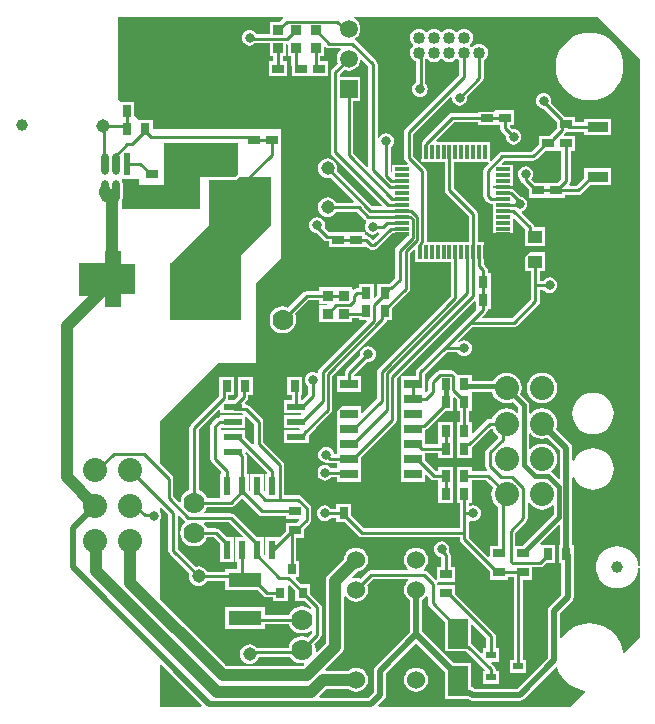
<source format=gtl>
G04*
G04 #@! TF.GenerationSoftware,Altium Limited,Altium Designer,20.1.12 (249)*
G04*
G04 Layer_Physical_Order=1*
G04 Layer_Color=255*
%FSLAX25Y25*%
%MOIN*%
G70*
G04*
G04 #@! TF.SameCoordinates,CD40AE63-01C5-41B5-9579-828B942A7482*
G04*
G04*
G04 #@! TF.FilePolarity,Positive*
G04*
G01*
G75*
%ADD10C,0.01000*%
%ADD15C,0.09708*%
G04:AMPARAMS|DCode=24|XSize=73.01mil|YSize=24.1mil|CornerRadius=12.05mil|HoleSize=0mil|Usage=FLASHONLY|Rotation=270.000|XOffset=0mil|YOffset=0mil|HoleType=Round|Shape=RoundedRectangle|*
%AMROUNDEDRECTD24*
21,1,0.07301,0.00000,0,0,270.0*
21,1,0.04891,0.02410,0,0,270.0*
1,1,0.02410,0.00000,-0.02445*
1,1,0.02410,0.00000,0.02445*
1,1,0.02410,0.00000,0.02445*
1,1,0.02410,0.00000,-0.02445*
%
%ADD24ROUNDEDRECTD24*%
%ADD25R,0.02410X0.07301*%
%ADD44R,0.04000X0.03000*%
%ADD45R,0.07000X0.03500*%
%ADD46R,0.01181X0.04724*%
%ADD47R,0.04724X0.01181*%
%ADD48R,0.03500X0.03500*%
%ADD49R,0.09843X0.06693*%
%ADD50R,0.03000X0.04000*%
%ADD51R,0.22441X0.07087*%
%ADD52R,0.04800X0.04300*%
%ADD53R,0.05906X0.03150*%
%ADD54R,0.06102X0.02362*%
%ADD55R,0.02362X0.06102*%
%ADD56R,0.11024X0.05118*%
%ADD57R,0.03150X0.03543*%
%ADD58R,0.06693X0.09843*%
%ADD59R,0.03543X0.02362*%
%ADD60C,0.04500*%
%ADD61C,0.03937*%
%ADD62C,0.02000*%
%ADD63C,0.01500*%
%ADD64C,0.04000*%
%ADD65C,0.04000*%
%ADD66R,0.05906X0.05906*%
%ADD67C,0.05906*%
%ADD68C,0.07000*%
%ADD69C,0.06000*%
%ADD70C,0.08000*%
%ADD71C,0.03150*%
G36*
X468871Y429500D02*
X468769Y429431D01*
X467587Y428250D01*
X464250D01*
Y424179D01*
X459798D01*
X459749Y424298D01*
X459336Y424836D01*
X458799Y425249D01*
X458172Y425508D01*
X457500Y425597D01*
X456828Y425508D01*
X456202Y425249D01*
X455664Y424836D01*
X455251Y424298D01*
X454991Y423672D01*
X454903Y423000D01*
X454991Y422328D01*
X455251Y421701D01*
X455664Y421164D01*
X456202Y420751D01*
X456828Y420492D01*
X457500Y420403D01*
X458172Y420492D01*
X458799Y420751D01*
X459280Y421121D01*
X464250D01*
Y416750D01*
X465471D01*
Y415124D01*
X464000D01*
Y410124D01*
X470000D01*
Y415124D01*
X468529D01*
Y416750D01*
X469750D01*
Y420889D01*
X469849Y420919D01*
X470250Y420620D01*
Y416750D01*
X471471D01*
Y413624D01*
X471500Y413476D01*
Y410124D01*
X483500D01*
Y415124D01*
X481029D01*
Y416750D01*
X482250D01*
Y419934D01*
X482712Y420125D01*
X482871Y419966D01*
X483367Y419634D01*
X483953Y419518D01*
X487770D01*
X487940Y419018D01*
X487681Y418819D01*
X487047Y417993D01*
X486649Y417032D01*
X486513Y416000D01*
X486649Y414968D01*
X486841Y414504D01*
X484966Y412629D01*
X484634Y412133D01*
X484518Y411547D01*
Y384953D01*
X484634Y384367D01*
X484966Y383871D01*
X501531Y367306D01*
X501339Y366844D01*
X498318D01*
X486621Y378542D01*
X486666Y378652D01*
X486778Y379500D01*
X486666Y380348D01*
X486339Y381139D01*
X485818Y381818D01*
X485139Y382339D01*
X484348Y382666D01*
X483500Y382778D01*
X482652Y382666D01*
X481861Y382339D01*
X481182Y381818D01*
X480661Y381139D01*
X480334Y380348D01*
X480222Y379500D01*
X480334Y378652D01*
X480661Y377861D01*
X481182Y377182D01*
X481861Y376661D01*
X482652Y376334D01*
X483500Y376222D01*
X484348Y376334D01*
X484458Y376379D01*
X492346Y368491D01*
X492154Y368029D01*
X486384D01*
X486339Y368139D01*
X485818Y368818D01*
X485139Y369339D01*
X484348Y369666D01*
X483500Y369778D01*
X482652Y369666D01*
X481861Y369339D01*
X481182Y368818D01*
X480661Y368139D01*
X480334Y367348D01*
X480222Y366500D01*
X480334Y365652D01*
X480661Y364861D01*
X481182Y364182D01*
X481861Y363661D01*
X482652Y363334D01*
X483500Y363222D01*
X484348Y363334D01*
X485139Y363661D01*
X485818Y364182D01*
X486339Y364861D01*
X486384Y364971D01*
X493332D01*
X496038Y362265D01*
X496252Y362122D01*
X496395Y361501D01*
X496387Y361476D01*
X496251Y361298D01*
X495992Y360672D01*
X495903Y360000D01*
X495992Y359328D01*
X496251Y358701D01*
X496664Y358164D01*
X497201Y357751D01*
X497828Y357491D01*
X498500Y357403D01*
X499172Y357491D01*
X499798Y357751D01*
X500336Y358164D01*
X500363Y358199D01*
X500455Y358187D01*
X500634Y357659D01*
X498569Y355594D01*
X497458Y356705D01*
X496962Y357037D01*
X496376Y357153D01*
X496000D01*
Y358124D01*
X486148D01*
X486000Y358153D01*
X484010D01*
X482458Y359705D01*
X482509Y359828D01*
X482597Y360500D01*
X482509Y361172D01*
X482249Y361799D01*
X481836Y362336D01*
X481298Y362749D01*
X480672Y363008D01*
X480000Y363097D01*
X479328Y363008D01*
X478701Y362749D01*
X478164Y362336D01*
X477751Y361799D01*
X477492Y361172D01*
X477403Y360500D01*
X477492Y359828D01*
X477751Y359202D01*
X478164Y358664D01*
X478701Y358251D01*
X479328Y357992D01*
X479924Y357913D01*
X482295Y355542D01*
X482791Y355211D01*
X483376Y355094D01*
X484000D01*
Y353124D01*
X496000D01*
Y353184D01*
X496462Y353375D01*
X497004Y352833D01*
X497501Y352501D01*
X498086Y352385D01*
X499052D01*
X499637Y352501D01*
X500133Y352833D01*
X505120Y357819D01*
X510342D01*
Y357028D01*
X506419Y353105D01*
X506087Y352608D01*
X505971Y352023D01*
Y343010D01*
X503990Y341029D01*
X503624D01*
X503476Y341000D01*
X500124D01*
Y337163D01*
X499338Y336378D01*
X498876Y336569D01*
Y341000D01*
X493876D01*
Y339529D01*
X493376D01*
X492791Y339413D01*
X492295Y339081D01*
X492212Y338998D01*
X491750Y339190D01*
Y339750D01*
X480750D01*
Y338529D01*
X476500D01*
X475915Y338413D01*
X475419Y338081D01*
X470415Y333078D01*
X469675Y333384D01*
X468500Y333539D01*
X467325Y333384D01*
X466231Y332931D01*
X465291Y332209D01*
X464569Y331269D01*
X464116Y330175D01*
X463961Y329000D01*
X464116Y327825D01*
X464569Y326731D01*
X465291Y325791D01*
X466231Y325069D01*
X467325Y324616D01*
X468500Y324461D01*
X469675Y324616D01*
X470769Y325069D01*
X471709Y325791D01*
X472431Y326731D01*
X472884Y327825D01*
X473039Y329000D01*
X472884Y330175D01*
X472578Y330915D01*
X477134Y335471D01*
X480750D01*
Y334250D01*
X483403D01*
X483639Y333809D01*
X483600Y333750D01*
X480750D01*
Y328250D01*
X491750D01*
Y329471D01*
X493876D01*
Y329000D01*
X496421D01*
X496612Y328538D01*
X480819Y312744D01*
X480487Y312248D01*
X480371Y311663D01*
Y311440D01*
X479871Y311194D01*
X479799Y311249D01*
X479172Y311508D01*
X478500Y311597D01*
X477828Y311508D01*
X477202Y311249D01*
X476664Y310836D01*
X476251Y310298D01*
X475991Y309672D01*
X475903Y309000D01*
X475991Y308328D01*
X476251Y307701D01*
X476664Y307164D01*
X476971Y306928D01*
Y304135D01*
X475157Y302322D01*
X474657Y302522D01*
Y304000D01*
X475124D01*
Y310000D01*
X470124D01*
Y304000D01*
X471599D01*
Y302181D01*
X469077D01*
Y297819D01*
X474565D01*
X474823Y297319D01*
X474724Y297181D01*
X469077D01*
Y292819D01*
X474056D01*
X474320Y292319D01*
X474226Y292181D01*
X469077D01*
Y287819D01*
X477179D01*
Y290516D01*
X484581Y297919D01*
X484913Y298415D01*
X485029Y299000D01*
Y310367D01*
X502833Y328170D01*
X503164Y328666D01*
X503231Y329000D01*
X505124D01*
Y332837D01*
X510581Y338295D01*
X510913Y338791D01*
X511029Y339376D01*
Y351127D01*
X512262Y352360D01*
X512724Y352169D01*
Y348173D01*
X524597D01*
Y336759D01*
X500419Y312581D01*
X500087Y312085D01*
X499971Y311500D01*
Y302639D01*
X495155Y297823D01*
X494693Y298015D01*
Y300198D01*
X486787D01*
Y295049D01*
Y290049D01*
Y284153D01*
X485577D01*
X485508Y284672D01*
X485249Y285298D01*
X484836Y285836D01*
X484299Y286249D01*
X483672Y286508D01*
X483000Y286597D01*
X482328Y286508D01*
X481702Y286249D01*
X481164Y285836D01*
X480751Y285298D01*
X480491Y284672D01*
X480403Y284000D01*
X480491Y283328D01*
X480751Y282701D01*
X481164Y282164D01*
X481702Y281751D01*
X482328Y281491D01*
X483000Y281403D01*
X483420Y281458D01*
X483791Y281211D01*
X484376Y281094D01*
X486787D01*
Y279529D01*
X484647D01*
X484411Y279836D01*
X483873Y280249D01*
X483247Y280508D01*
X482575Y280597D01*
X481903Y280508D01*
X481276Y280249D01*
X480738Y279836D01*
X480326Y279298D01*
X480066Y278672D01*
X479978Y278000D01*
X480066Y277328D01*
X480326Y276701D01*
X480738Y276164D01*
X481276Y275751D01*
X481903Y275491D01*
X482575Y275403D01*
X483247Y275491D01*
X483873Y275751D01*
X484411Y276164D01*
X484647Y276471D01*
X486787D01*
Y275049D01*
X494693D01*
Y280049D01*
Y283035D01*
X506081Y294424D01*
X506413Y294920D01*
X506529Y295505D01*
Y309366D01*
X507679Y310516D01*
X508047Y310177D01*
Y305049D01*
Y300049D01*
Y295049D01*
Y290049D01*
Y285049D01*
Y280049D01*
Y275049D01*
X515953D01*
Y277233D01*
X516415Y277424D01*
X517920Y275919D01*
X518416Y275587D01*
X519002Y275471D01*
X520376D01*
Y274000D01*
Y268000D01*
X525376D01*
Y274000D01*
Y280000D01*
X520376D01*
Y278529D01*
X519635D01*
X515953Y282212D01*
Y284471D01*
X520376D01*
Y283000D01*
X525376D01*
Y289000D01*
Y295000D01*
X520376D01*
Y289000D01*
Y287529D01*
X515953D01*
Y292244D01*
X516160Y292285D01*
X516656Y292617D01*
X522539Y298500D01*
X525376D01*
Y302931D01*
X525838Y303122D01*
X526624Y302337D01*
Y298500D01*
X527594D01*
Y295000D01*
X526624D01*
Y289000D01*
Y283000D01*
X531624D01*
Y286364D01*
X531705Y286419D01*
X537949Y292662D01*
X538532Y292562D01*
X538813Y291883D01*
X539614Y290839D01*
X540311Y290304D01*
Y289666D01*
X536599Y285953D01*
X536267Y285457D01*
X536151Y284872D01*
Y280315D01*
X536267Y279730D01*
X536599Y279234D01*
X536804Y279029D01*
X536596Y278529D01*
X531624D01*
Y280000D01*
X526624D01*
Y274000D01*
Y268000D01*
X527594D01*
Y264500D01*
Y259529D01*
X495510D01*
X491376Y263663D01*
Y267500D01*
X486376D01*
Y266029D01*
X484572D01*
X484336Y266336D01*
X483799Y266749D01*
X483172Y267008D01*
X482500Y267097D01*
X481828Y267008D01*
X481202Y266749D01*
X480664Y266336D01*
X480251Y265798D01*
X479991Y265172D01*
X479903Y264500D01*
X479991Y263828D01*
X480251Y263201D01*
X480664Y262664D01*
X481202Y262251D01*
X481828Y261992D01*
X482500Y261903D01*
X483172Y261992D01*
X483799Y262251D01*
X484336Y262664D01*
X484572Y262971D01*
X486376D01*
Y261500D01*
X489214D01*
X493795Y256919D01*
X494291Y256587D01*
X494876Y256471D01*
X527594D01*
Y255753D01*
X527711Y255168D01*
X528042Y254671D01*
X537500Y245214D01*
Y242376D01*
X543500D01*
Y243347D01*
X545498D01*
Y215681D01*
X544256D01*
Y211319D01*
X549799D01*
Y215681D01*
X548557D01*
Y242376D01*
X551500D01*
Y246471D01*
X554376D01*
X554962Y246587D01*
X555458Y246919D01*
X556539Y248000D01*
X559376D01*
Y254000D01*
X554607D01*
X554400Y254500D01*
X560623Y260723D01*
X561084Y260531D01*
Y254000D01*
X560624D01*
Y248000D01*
X561461D01*
Y237345D01*
X557574Y233458D01*
X557132Y232797D01*
X556977Y232016D01*
Y216345D01*
X546671Y206039D01*
X532471D01*
X532363Y206147D01*
X531702Y206589D01*
X531347Y206659D01*
Y214547D01*
X525537D01*
X515039Y225045D01*
Y235523D01*
X515853Y236147D01*
X516471Y236952D01*
X516524Y236955D01*
X516971Y236700D01*
Y234449D01*
X517087Y233863D01*
X517419Y233367D01*
X522653Y228132D01*
Y218453D01*
X529699D01*
X529822Y218428D01*
X535848Y212403D01*
X535656Y211941D01*
X535201D01*
Y207579D01*
X540744D01*
Y211941D01*
X539502D01*
Y212441D01*
X539385Y213026D01*
X539054Y213522D01*
X537979Y214597D01*
X538170Y215059D01*
X540744D01*
Y219421D01*
X539502D01*
Y223528D01*
X539385Y224113D01*
X539054Y224609D01*
X526000Y237663D01*
Y240500D01*
X520029D01*
Y241000D01*
X519978Y241256D01*
X520360Y241747D01*
X526000D01*
Y246747D01*
X524529D01*
Y250418D01*
X524413Y251004D01*
X524081Y251500D01*
X523934Y251647D01*
X524009Y251828D01*
X524097Y252500D01*
X524009Y253172D01*
X523749Y253799D01*
X523336Y254336D01*
X522798Y254749D01*
X522172Y255009D01*
X521500Y255097D01*
X520828Y255009D01*
X520201Y254749D01*
X519664Y254336D01*
X519251Y253799D01*
X518992Y253172D01*
X518903Y252500D01*
X518992Y251828D01*
X519251Y251202D01*
X519664Y250664D01*
X520201Y250251D01*
X520828Y249991D01*
X521330Y249925D01*
X521471Y249785D01*
Y246747D01*
X520000D01*
Y242355D01*
X519818Y242236D01*
X519500Y242163D01*
X516581Y245081D01*
X516085Y245413D01*
X515793Y245471D01*
X515668Y246006D01*
X515853Y246147D01*
X516494Y246983D01*
X516897Y247956D01*
X517034Y249000D01*
X516897Y250044D01*
X516494Y251017D01*
X515853Y251853D01*
X515017Y252494D01*
X514044Y252897D01*
X513000Y253034D01*
X511956Y252897D01*
X510983Y252494D01*
X510147Y251853D01*
X509506Y251017D01*
X509103Y250044D01*
X508965Y249000D01*
X509103Y247956D01*
X509506Y246983D01*
X510147Y246147D01*
X510335Y246003D01*
X510175Y245529D01*
X498000D01*
X497415Y245413D01*
X496919Y245081D01*
X494532Y242695D01*
X494044Y242897D01*
X493000Y243035D01*
X491956Y242897D01*
X491832Y242846D01*
X491549Y243270D01*
X493282Y245003D01*
X494044Y245103D01*
X495017Y245506D01*
X495853Y246147D01*
X496494Y246983D01*
X496897Y247956D01*
X497035Y249000D01*
X496897Y250044D01*
X496494Y251017D01*
X495853Y251853D01*
X495017Y252494D01*
X494044Y252897D01*
X493000Y253034D01*
X491956Y252897D01*
X490983Y252494D01*
X490147Y251853D01*
X489506Y251017D01*
X489103Y250044D01*
X489003Y249282D01*
X483860Y244140D01*
X483380Y243513D01*
X483077Y242783D01*
X482974Y242000D01*
Y221253D01*
X479940Y218220D01*
X479467Y218453D01*
X479539Y219000D01*
X479384Y220175D01*
X479078Y220915D01*
X481081Y222919D01*
X481413Y223415D01*
X481529Y224000D01*
Y233303D01*
X481413Y233888D01*
X481081Y234385D01*
X477815Y237651D01*
Y240835D01*
X474828D01*
X472960Y242703D01*
X473151Y243165D01*
X474075D01*
Y248709D01*
X473029D01*
Y256376D01*
X475500D01*
Y259213D01*
X477581Y261295D01*
X477913Y261791D01*
X478029Y262376D01*
Y266179D01*
X477913Y266764D01*
X477581Y267261D01*
X474683Y270160D01*
X474186Y270491D01*
X473601Y270607D01*
X469029D01*
Y280500D01*
X468913Y281085D01*
X468581Y281581D01*
X462029Y288134D01*
Y295000D01*
X461913Y295585D01*
X461581Y296081D01*
X457263Y300400D01*
X456766Y300732D01*
X456181Y300848D01*
X455920D01*
Y301438D01*
X456581Y302100D01*
X456913Y302596D01*
X457029Y303181D01*
Y304000D01*
X458624D01*
Y310000D01*
X453624D01*
Y304000D01*
X453624D01*
X453656Y303500D01*
X452337Y302181D01*
X450793D01*
X450383Y302681D01*
X450406Y302796D01*
Y304000D01*
X452376D01*
Y310000D01*
X447376D01*
Y306148D01*
X447347Y306000D01*
Y303430D01*
X437919Y294001D01*
X437587Y293505D01*
X437471Y292920D01*
Y272237D01*
X436731Y271931D01*
X435791Y271209D01*
X435069Y270269D01*
X434616Y269175D01*
X434501Y268299D01*
X433973Y268119D01*
X432029Y270062D01*
Y276000D01*
X431913Y276585D01*
X431581Y277081D01*
X427500Y281163D01*
Y295000D01*
X447000Y314500D01*
X459500D01*
Y341000D01*
X468000Y349500D01*
Y386376D01*
Y392500D01*
X425247D01*
Y395500D01*
X420500D01*
X419000Y397000D01*
Y401500D01*
X414500D01*
X413500Y402500D01*
Y414000D01*
Y430000D01*
X453000D01*
X468719D01*
X468871Y429500D01*
D02*
G37*
G36*
X497141Y413493D02*
Y380175D01*
X496679Y379983D01*
X492029Y384633D01*
Y402047D01*
X494453D01*
Y409953D01*
X487577D01*
Y410914D01*
X489004Y412341D01*
X489468Y412149D01*
X490500Y412013D01*
X491532Y412149D01*
X492493Y412547D01*
X493319Y413181D01*
X493953Y414007D01*
X494351Y414968D01*
X494422Y415505D01*
X494950Y415685D01*
X497141Y413493D01*
D02*
G37*
G36*
X587500Y415936D02*
X587500Y246869D01*
X587000Y246844D01*
X586899Y247872D01*
X586498Y249192D01*
X585848Y250408D01*
X584974Y251474D01*
X583908Y252348D01*
X582692Y252998D01*
X581372Y253399D01*
X580000Y253534D01*
X578628Y253399D01*
X577308Y252998D01*
X576092Y252348D01*
X575026Y251474D01*
X574152Y250408D01*
X573502Y249192D01*
X573101Y247872D01*
X572966Y246500D01*
X573101Y245128D01*
X573502Y243808D01*
X574152Y242592D01*
X575026Y241526D01*
X576092Y240651D01*
X577308Y240002D01*
X578628Y239601D01*
X580000Y239466D01*
X581372Y239601D01*
X582692Y240002D01*
X583908Y240651D01*
X584974Y241526D01*
X585848Y242592D01*
X586498Y243808D01*
X586899Y245128D01*
X587000Y246156D01*
X587500Y246131D01*
X587500Y223000D01*
X582492Y217992D01*
X582023Y218165D01*
X582012Y218301D01*
X581599Y220023D01*
X580921Y221659D01*
X579996Y223168D01*
X578846Y224515D01*
X577499Y225665D01*
X575989Y226590D01*
X574353Y227268D01*
X572632Y227681D01*
X570866Y227820D01*
X569101Y227681D01*
X567379Y227268D01*
X565743Y226590D01*
X564233Y225665D01*
X562887Y224515D01*
X561736Y223168D01*
X561537Y222842D01*
X561055Y222978D01*
Y231171D01*
X564942Y235058D01*
X564942Y235058D01*
X565384Y235720D01*
X565539Y236500D01*
X565539Y236500D01*
Y248000D01*
X565624D01*
Y254000D01*
X565163D01*
Y276328D01*
X565663Y276453D01*
X566230Y275392D01*
X567093Y274341D01*
X568144Y273478D01*
X569344Y272836D01*
X570646Y272442D01*
X571999Y272308D01*
X573353Y272442D01*
X574655Y272836D01*
X575854Y273478D01*
X576906Y274341D01*
X577769Y275392D01*
X578410Y276592D01*
X578805Y277893D01*
X578938Y279247D01*
X578805Y280601D01*
X578410Y281903D01*
X577769Y283102D01*
X576906Y284154D01*
X575854Y285017D01*
X574655Y285658D01*
X573353Y286053D01*
X571999Y286186D01*
X570646Y286053D01*
X569344Y285658D01*
X568144Y285017D01*
X567093Y284154D01*
X566230Y283102D01*
X565663Y282042D01*
X565163Y282167D01*
Y286280D01*
X565163Y286280D01*
X565008Y287061D01*
X564566Y287722D01*
X559671Y292617D01*
X559870Y293099D01*
X560042Y294405D01*
X559870Y295710D01*
X559367Y296926D01*
X558565Y297971D01*
X557521Y298772D01*
X556305Y299276D01*
X554999Y299448D01*
X553694Y299276D01*
X552478Y298772D01*
X551433Y297971D01*
X551188Y297651D01*
X550715Y297812D01*
Y300466D01*
X550715Y300466D01*
X550579Y301149D01*
X550192Y301727D01*
X547746Y304173D01*
X548052Y304910D01*
X548223Y306216D01*
X548052Y307521D01*
X547548Y308737D01*
X546746Y309782D01*
X545702Y310583D01*
X544486Y311087D01*
X543180Y311259D01*
X541875Y311087D01*
X540659Y310583D01*
X539614Y309782D01*
X538813Y308737D01*
X538773Y308642D01*
X531624D01*
Y310500D01*
X526897D01*
X526889Y310541D01*
X526558Y311037D01*
X525913Y311681D01*
X525417Y312013D01*
X524832Y312129D01*
X520921D01*
X520335Y312013D01*
X519839Y311681D01*
X517605Y309447D01*
X517274Y308951D01*
X517157Y308366D01*
Y305491D01*
X516415Y304748D01*
X515953Y304940D01*
Y308551D01*
X515982Y308698D01*
Y310819D01*
X523360Y318197D01*
X526754D01*
X527164Y317664D01*
X527702Y317251D01*
X528328Y316991D01*
X529000Y316903D01*
X529672Y316991D01*
X530299Y317251D01*
X530836Y317664D01*
X531249Y318201D01*
X531508Y318828D01*
X531597Y319500D01*
X531508Y320172D01*
X531249Y320798D01*
X530836Y321336D01*
X530299Y321749D01*
X529672Y322008D01*
X529000Y322097D01*
X528328Y322008D01*
X527702Y321749D01*
X527347Y321477D01*
X527017Y321854D01*
X531634Y326471D01*
X545500D01*
X546085Y326587D01*
X546581Y326919D01*
X553841Y334178D01*
X554173Y334675D01*
X554289Y335260D01*
Y338971D01*
X555428D01*
X555664Y338664D01*
X556202Y338251D01*
X556828Y337991D01*
X557500Y337903D01*
X558172Y337991D01*
X558799Y338251D01*
X559336Y338664D01*
X559749Y339201D01*
X560008Y339828D01*
X560097Y340500D01*
X560008Y341172D01*
X559749Y341798D01*
X559336Y342336D01*
X558799Y342749D01*
X558172Y343008D01*
X557500Y343097D01*
X556828Y343008D01*
X556202Y342749D01*
X555664Y342336D01*
X555428Y342029D01*
X554289D01*
Y345216D01*
X556160D01*
Y351516D01*
X549360D01*
Y345216D01*
X551230D01*
Y341000D01*
Y335893D01*
X544867Y329529D01*
X535346D01*
X535154Y329991D01*
X536458Y331295D01*
X536789Y331791D01*
X536906Y332376D01*
Y332500D01*
X537876D01*
Y338500D01*
Y344500D01*
X536906D01*
Y345694D01*
X536789Y346279D01*
X536458Y346775D01*
X535560Y347673D01*
X535591Y348173D01*
X535591D01*
Y354898D01*
X533561D01*
Y364376D01*
X533444Y364961D01*
X533113Y365458D01*
X525687Y372884D01*
Y381638D01*
X537039D01*
X537246Y381138D01*
X535919Y379810D01*
X535587Y379314D01*
X535471Y378729D01*
Y370086D01*
X535587Y369500D01*
X535919Y369004D01*
X536752Y368171D01*
X537249Y367839D01*
X537834Y367723D01*
X538512D01*
Y365693D01*
Y361756D01*
Y357819D01*
X545236D01*
Y362599D01*
X545698Y362790D01*
X549331Y359158D01*
Y358284D01*
X549360Y358136D01*
Y353484D01*
X556160D01*
Y359784D01*
X552389D01*
Y359792D01*
X552273Y360377D01*
X551941Y360873D01*
X548285Y364529D01*
X548425Y365096D01*
X548799Y365251D01*
X549336Y365664D01*
X549749Y366201D01*
X550008Y366828D01*
X550097Y367500D01*
X550008Y368172D01*
X549749Y368798D01*
X549336Y369336D01*
X548799Y369749D01*
X548172Y370008D01*
X547731Y370067D01*
X545586Y372211D01*
X545236Y372445D01*
Y372811D01*
X538529D01*
Y373567D01*
X545236D01*
Y377504D01*
Y380685D01*
X541772D01*
X541581Y381147D01*
X542413Y381979D01*
X552132D01*
X552717Y382096D01*
X553214Y382427D01*
X556163Y385376D01*
X561471D01*
Y375757D01*
X560337Y374624D01*
X552663D01*
X551461Y375826D01*
X551749Y376202D01*
X552008Y376828D01*
X552097Y377500D01*
X552008Y378172D01*
X551749Y378799D01*
X551336Y379336D01*
X550799Y379749D01*
X550172Y380009D01*
X549500Y380097D01*
X548828Y380009D01*
X548202Y379749D01*
X547664Y379336D01*
X547251Y378799D01*
X546991Y378172D01*
X546903Y377500D01*
X546991Y376828D01*
X547251Y376202D01*
X547664Y375664D01*
X548017Y375393D01*
X548087Y375038D01*
X548419Y374542D01*
X550500Y372461D01*
Y369624D01*
X562500D01*
Y370594D01*
X567141D01*
X567727Y370711D01*
X568223Y371042D01*
X571163Y373982D01*
X578000D01*
Y379482D01*
X569000D01*
Y376145D01*
X566508Y373653D01*
X564330D01*
X564155Y374153D01*
X564413Y374538D01*
X564529Y375124D01*
Y385376D01*
X566000D01*
Y390376D01*
X562410D01*
X562219Y390838D01*
X562581Y391201D01*
X562864Y391624D01*
X566000D01*
Y391738D01*
X569000D01*
Y390518D01*
X578000D01*
Y396018D01*
X569000D01*
Y394797D01*
X566000D01*
Y396624D01*
X562636D01*
X562581Y396705D01*
X557994Y401293D01*
X558008Y401328D01*
X558097Y402000D01*
X558008Y402672D01*
X557749Y403299D01*
X557336Y403836D01*
X556799Y404249D01*
X556172Y404508D01*
X555500Y404597D01*
X554828Y404508D01*
X554202Y404249D01*
X553664Y403836D01*
X553251Y403299D01*
X552991Y402672D01*
X552903Y402000D01*
X552991Y401328D01*
X553251Y400702D01*
X553664Y400164D01*
X554202Y399751D01*
X554828Y399492D01*
X555500Y399403D01*
X555551Y399410D01*
X560000Y394961D01*
Y393271D01*
X559971Y393124D01*
Y392916D01*
X557431Y390376D01*
X554000D01*
Y387539D01*
X551499Y385038D01*
X541780D01*
X541194Y384922D01*
X540698Y384590D01*
X538059Y381951D01*
X537559Y382158D01*
Y388362D01*
X519922D01*
X519731Y388824D01*
X525753Y394847D01*
X533500D01*
Y393876D01*
X540971D01*
Y393000D01*
X541087Y392415D01*
X541419Y391919D01*
X542953Y390384D01*
X542903Y390000D01*
X542991Y389328D01*
X543251Y388702D01*
X543664Y388164D01*
X544202Y387751D01*
X544828Y387491D01*
X545500Y387403D01*
X546172Y387491D01*
X546799Y387751D01*
X547336Y388164D01*
X547749Y388702D01*
X548008Y389328D01*
X548097Y390000D01*
X548008Y390672D01*
X547749Y391299D01*
X547336Y391836D01*
X546799Y392249D01*
X546172Y392509D01*
X545500Y392597D01*
X545116Y392547D01*
X544286Y393376D01*
X544494Y393876D01*
X545500D01*
Y398876D01*
X533500D01*
Y397906D01*
X525120D01*
X524535Y397789D01*
X524039Y397458D01*
X515293Y388712D01*
X515059Y388362D01*
X514693D01*
Y381677D01*
X514312Y381351D01*
X512029Y383633D01*
Y390866D01*
X524434Y403271D01*
X524908Y403038D01*
X524903Y403000D01*
X524992Y402328D01*
X525251Y401701D01*
X525664Y401164D01*
X526201Y400751D01*
X526828Y400492D01*
X527500Y400403D01*
X528172Y400492D01*
X528798Y400751D01*
X529336Y401164D01*
X529749Y401701D01*
X530009Y402328D01*
X530097Y403000D01*
X530047Y403384D01*
X535081Y408419D01*
X535413Y408915D01*
X535529Y409500D01*
Y415392D01*
X536140Y415860D01*
X536621Y416487D01*
X536923Y417217D01*
X537026Y418000D01*
X536923Y418783D01*
X536621Y419513D01*
X536140Y420140D01*
X535513Y420620D01*
X534783Y420923D01*
X534000Y421026D01*
X533217Y420923D01*
X532487Y420620D01*
X531860Y420140D01*
X531750Y419996D01*
X531250D01*
X531140Y420140D01*
X530996Y420250D01*
Y420750D01*
X531140Y420860D01*
X531621Y421487D01*
X531923Y422217D01*
X532026Y423000D01*
X531923Y423783D01*
X531621Y424513D01*
X531140Y425140D01*
X530513Y425621D01*
X529783Y425923D01*
X529000Y426026D01*
X528217Y425923D01*
X527487Y425621D01*
X526860Y425140D01*
X526750Y424996D01*
X526250D01*
X526140Y425140D01*
X525513Y425621D01*
X524783Y425923D01*
X524000Y426026D01*
X523217Y425923D01*
X522487Y425621D01*
X521860Y425140D01*
X521750Y424996D01*
X521250D01*
X521140Y425140D01*
X520513Y425621D01*
X519783Y425923D01*
X519000Y426026D01*
X518217Y425923D01*
X517487Y425621D01*
X516860Y425140D01*
X516750Y424996D01*
X516250D01*
X516140Y425140D01*
X515513Y425621D01*
X514783Y425923D01*
X514000Y426026D01*
X513217Y425923D01*
X512487Y425621D01*
X511860Y425140D01*
X511379Y424513D01*
X511077Y423783D01*
X510974Y423000D01*
X511077Y422217D01*
X511379Y421487D01*
X511860Y420860D01*
X512004Y420750D01*
Y420250D01*
X511860Y420140D01*
X511379Y419513D01*
X511077Y418783D01*
X510974Y418000D01*
X511077Y417217D01*
X511379Y416487D01*
X511860Y415860D01*
X512487Y415379D01*
X512971Y415179D01*
Y408028D01*
X512476Y407649D01*
X512063Y407111D01*
X511804Y406485D01*
X511716Y405813D01*
X511804Y405140D01*
X512063Y404514D01*
X512476Y403976D01*
X513014Y403563D01*
X513640Y403304D01*
X514313Y403216D01*
X514985Y403304D01*
X515611Y403563D01*
X516149Y403976D01*
X516562Y404514D01*
X516821Y405140D01*
X516910Y405813D01*
X516821Y406485D01*
X516562Y407111D01*
X516149Y407649D01*
X516029Y407740D01*
Y415776D01*
X516140Y415860D01*
X516250Y416004D01*
X516750D01*
X516860Y415860D01*
X517487Y415379D01*
X518217Y415077D01*
X519000Y414974D01*
X519783Y415077D01*
X520513Y415379D01*
X521140Y415860D01*
X521250Y416004D01*
X521750D01*
X521860Y415860D01*
X522487Y415379D01*
X523217Y415077D01*
X524000Y414974D01*
X524783Y415077D01*
X525513Y415379D01*
X526140Y415860D01*
X526250Y416004D01*
X526750D01*
X526860Y415860D01*
X527471Y415392D01*
Y410634D01*
X509419Y392581D01*
X509087Y392085D01*
X508971Y391500D01*
Y383000D01*
X509087Y382415D01*
X509419Y381919D01*
X510190Y381147D01*
X509999Y380685D01*
X505047D01*
Y378405D01*
X504547Y378137D01*
X504529Y378149D01*
Y386428D01*
X504836Y386664D01*
X505249Y387201D01*
X505509Y387828D01*
X505597Y388500D01*
X505509Y389172D01*
X505249Y389798D01*
X504836Y390336D01*
X504298Y390749D01*
X503672Y391008D01*
X503000Y391097D01*
X502328Y391008D01*
X501701Y390749D01*
X501164Y390336D01*
X500751Y389798D01*
X500700Y389676D01*
X500200Y389776D01*
Y414126D01*
X500084Y414712D01*
X499752Y415208D01*
X492831Y422129D01*
X492798Y422151D01*
X492778Y422766D01*
X493319Y423181D01*
X493953Y424007D01*
X494351Y424968D01*
X494487Y426000D01*
X494351Y427032D01*
X493953Y427993D01*
X493319Y428819D01*
X492493Y429453D01*
X492379Y429500D01*
X492479Y430000D01*
X573435Y430000D01*
X587500Y415936D01*
D02*
G37*
G36*
X453500Y377500D02*
X452500Y376500D01*
X441000D01*
Y366000D01*
X415000D01*
Y368592D01*
X415012Y368610D01*
X415183Y369470D01*
Y374361D01*
X415012Y375221D01*
X415000Y375239D01*
Y376000D01*
X420500D01*
Y374000D01*
X429000D01*
Y388000D01*
X453500D01*
Y377500D01*
D02*
G37*
G36*
X522628Y372250D02*
X522745Y371665D01*
X523076Y371169D01*
X530502Y363742D01*
Y354898D01*
X516742D01*
X516601Y355069D01*
Y378428D01*
X516485Y379014D01*
X516153Y379510D01*
X514406Y381257D01*
X514732Y381638D01*
X522628D01*
Y372250D01*
D02*
G37*
G36*
X414595Y347422D02*
X419320D01*
Y337579D01*
X414595D01*
Y333248D01*
X409477D01*
X409477Y337000D01*
X400500Y337000D01*
X400500Y348000D01*
X409477Y348000D01*
X409477Y351752D01*
X414595D01*
Y347422D01*
D02*
G37*
G36*
X532876Y335060D02*
Y332500D01*
X532876D01*
X533011Y332174D01*
X529919Y329082D01*
X529919Y329081D01*
X521645Y320808D01*
X521645Y320808D01*
X513371Y312534D01*
X513040Y312038D01*
X512923Y311453D01*
Y310198D01*
X508068D01*
X507730Y310567D01*
X532414Y335252D01*
X532876Y335060D01*
D02*
G37*
G36*
X464500Y376500D02*
Y360500D01*
X454500Y350500D01*
X454500Y329000D01*
X431000D01*
Y348000D01*
X431500D01*
X444000Y360500D01*
Y375480D01*
X452500D01*
X452890Y375558D01*
X453221Y375779D01*
X453942Y376500D01*
X464500Y376500D01*
D02*
G37*
G36*
X538309Y304910D02*
X538813Y303694D01*
X539614Y302650D01*
X540659Y301848D01*
X541875Y301344D01*
X543180Y301173D01*
X544486Y301344D01*
X545223Y301650D01*
X547146Y299727D01*
Y298202D01*
X546646Y298048D01*
X545702Y298772D01*
X544486Y299276D01*
X543180Y299448D01*
X541875Y299276D01*
X540659Y298772D01*
X539614Y297971D01*
X538813Y296926D01*
X538402Y295934D01*
X537528D01*
X536943Y295818D01*
X536447Y295486D01*
X532086Y291125D01*
X531624Y291316D01*
Y295000D01*
X530653D01*
Y298500D01*
X531624D01*
Y305074D01*
X538288D01*
X538309Y304910D01*
D02*
G37*
G36*
X458971Y294367D02*
Y287638D01*
X458626Y287442D01*
X458483Y287418D01*
X455920Y289982D01*
Y292181D01*
X448092D01*
X447903Y292500D01*
X448092Y292819D01*
X455920D01*
Y296710D01*
X456420Y296918D01*
X458971Y294367D01*
D02*
G37*
G36*
X551433Y290839D02*
X552478Y290037D01*
X553694Y289533D01*
X554999Y289362D01*
X556305Y289533D01*
X556787Y289733D01*
X561084Y285436D01*
Y276006D01*
X560623Y275815D01*
X558332Y278105D01*
X558171Y278213D01*
X558154Y278713D01*
X558565Y279028D01*
X559367Y280072D01*
X559870Y281288D01*
X560042Y282594D01*
X559870Y283899D01*
X559367Y285115D01*
X558565Y286160D01*
X557521Y286961D01*
X556305Y287465D01*
X554999Y287637D01*
X553694Y287465D01*
X552478Y286961D01*
X551433Y286160D01*
X551188Y285840D01*
X550715Y286001D01*
Y290997D01*
X551188Y291158D01*
X551433Y290839D01*
D02*
G37*
G36*
X463396Y278179D02*
X463301Y277679D01*
X462812D01*
Y272191D01*
X462312Y271934D01*
X462174Y272032D01*
Y277679D01*
X457812D01*
Y272191D01*
X457312Y271934D01*
X457174Y272032D01*
Y277679D01*
X456523D01*
Y283745D01*
X456406Y284331D01*
X456141Y284728D01*
X456529Y285046D01*
X463396Y278179D01*
D02*
G37*
G36*
X447817Y298921D02*
Y297819D01*
X452402D01*
X452549Y297790D01*
X455160D01*
X455232Y297681D01*
X454965Y297181D01*
X447817D01*
Y296529D01*
X447500D01*
X446915Y296413D01*
X446419Y296081D01*
X444919Y294581D01*
X444587Y294085D01*
X444471Y293500D01*
Y282500D01*
X444587Y281915D01*
X444919Y281419D01*
X448158Y278179D01*
X447951Y277679D01*
X447812D01*
Y269577D01*
X447332Y269529D01*
X443237D01*
X442931Y270269D01*
X442209Y271209D01*
X441269Y271931D01*
X440529Y272237D01*
Y292286D01*
X447355Y299112D01*
X447817Y298921D01*
D02*
G37*
G36*
X538720Y273080D02*
X538309Y272088D01*
X538137Y270783D01*
X538309Y269477D01*
X538813Y268261D01*
X539614Y267217D01*
X540471Y266560D01*
Y253624D01*
X537500D01*
Y250192D01*
X537038Y250001D01*
X530653Y256386D01*
Y261730D01*
X531153Y262064D01*
X531328Y261992D01*
X532000Y261903D01*
X532672Y261992D01*
X533298Y262251D01*
X533836Y262664D01*
X534249Y263201D01*
X534509Y263828D01*
X534597Y264500D01*
X534509Y265172D01*
X534249Y265798D01*
X533836Y266336D01*
X533298Y266749D01*
X532672Y267008D01*
X532000Y267097D01*
X531328Y267008D01*
X531153Y266936D01*
X530653Y267270D01*
Y268000D01*
X531624D01*
Y274000D01*
Y275471D01*
X536330D01*
X538720Y273080D01*
D02*
G37*
G36*
X551433Y267217D02*
X552478Y266415D01*
X553694Y265911D01*
X554999Y265739D01*
X556305Y265911D01*
X557521Y266415D01*
X558465Y267140D01*
X558965Y266985D01*
Y264112D01*
X548488Y253635D01*
X548481Y253624D01*
X546029D01*
Y257941D01*
X549762Y261673D01*
X550093Y262169D01*
X550210Y262755D01*
Y268051D01*
X550710Y268160D01*
X551433Y267217D01*
D02*
G37*
G36*
X460546Y264042D02*
X461042Y263711D01*
X461628Y263594D01*
X469500D01*
Y262624D01*
X473931D01*
X474122Y262162D01*
X473337Y261376D01*
X469500D01*
Y258539D01*
X467590Y256629D01*
X467174Y256419D01*
Y256419D01*
X467174Y256419D01*
X462812D01*
Y250931D01*
X462312Y250674D01*
X462174Y250773D01*
Y256419D01*
X459975D01*
X452313Y264081D01*
X451817Y264413D01*
X451231Y264529D01*
X442639D01*
X442393Y265029D01*
X442931Y265731D01*
X443237Y266471D01*
X451235D01*
X451820Y266587D01*
X452317Y266919D01*
X454975Y269577D01*
X455011D01*
X460546Y264042D01*
D02*
G37*
G36*
X435848Y261919D02*
X435954Y261847D01*
X435970Y261348D01*
X435791Y261209D01*
X435069Y260269D01*
X434616Y259175D01*
X434461Y258000D01*
X434616Y256825D01*
X435069Y255731D01*
X435791Y254791D01*
X436731Y254069D01*
X437825Y253616D01*
X439000Y253461D01*
X440175Y253616D01*
X441269Y254069D01*
X442209Y254791D01*
X442931Y255731D01*
X443237Y256471D01*
X445598D01*
X447812Y254257D01*
Y248317D01*
X452174D01*
Y256419D01*
X449975D01*
X447313Y259081D01*
X446817Y259413D01*
X446232Y259529D01*
X443237D01*
X442931Y260269D01*
X442393Y260971D01*
X442639Y261471D01*
X450598D01*
X455187Y256881D01*
X454996Y256419D01*
X452812D01*
Y248317D01*
X453464D01*
Y245958D01*
X449488D01*
Y245029D01*
X443384D01*
X443339Y245139D01*
X442818Y245818D01*
X442139Y246339D01*
X441348Y246666D01*
X440500Y246778D01*
X439652Y246666D01*
X439542Y246621D01*
X433529Y252634D01*
Y263583D01*
X433991Y263775D01*
X435848Y261919D01*
D02*
G37*
G36*
X510335Y241997D02*
X510147Y241853D01*
X509506Y241017D01*
X509103Y240044D01*
X508965Y239000D01*
X509103Y237956D01*
X509506Y236983D01*
X510147Y236147D01*
X510961Y235523D01*
Y224845D01*
X499558Y213442D01*
X499116Y212780D01*
X498961Y212000D01*
Y204845D01*
X497155Y203039D01*
X480977D01*
X480786Y203501D01*
X483259Y205974D01*
X490373D01*
X490983Y205506D01*
X491956Y205103D01*
X493000Y204965D01*
X494044Y205103D01*
X495017Y205506D01*
X495853Y206147D01*
X496494Y206983D01*
X496897Y207956D01*
X497035Y209000D01*
X496897Y210044D01*
X496494Y211017D01*
X495853Y211853D01*
X495017Y212494D01*
X494044Y212897D01*
X493000Y213035D01*
X491956Y212897D01*
X490983Y212494D01*
X490373Y212026D01*
X482958D01*
X482767Y212488D01*
X488140Y217860D01*
X488621Y218487D01*
X488923Y219217D01*
X489026Y220000D01*
Y236745D01*
X489474Y236960D01*
X489526Y236957D01*
X490147Y236147D01*
X490983Y235506D01*
X491956Y235103D01*
X493000Y234965D01*
X494044Y235103D01*
X495017Y235506D01*
X495853Y236147D01*
X496494Y236983D01*
X496897Y237956D01*
X497035Y239000D01*
X496897Y240044D01*
X496695Y240532D01*
X498633Y242471D01*
X510175D01*
X510335Y241997D01*
D02*
G37*
G36*
X430471Y263996D02*
Y252000D01*
X430587Y251415D01*
X430919Y250919D01*
X437379Y244458D01*
X437334Y244348D01*
X437222Y243500D01*
X437334Y242652D01*
X437661Y241861D01*
X438182Y241182D01*
X438861Y240661D01*
X439652Y240334D01*
X440500Y240222D01*
X441348Y240334D01*
X442139Y240661D01*
X442818Y241182D01*
X443339Y241861D01*
X443384Y241971D01*
X449488D01*
Y238840D01*
X460349D01*
X462208Y236982D01*
X462704Y236650D01*
X463289Y236534D01*
X465185D01*
Y235291D01*
X470335D01*
Y240295D01*
X470835Y240503D01*
X472665Y238672D01*
Y235291D01*
X475849D01*
X478118Y233023D01*
X478101Y232923D01*
X477559Y232709D01*
X477269Y232931D01*
X476175Y233384D01*
X475000Y233539D01*
X473825Y233384D01*
X472731Y232931D01*
X471791Y232209D01*
X471069Y231269D01*
X470763Y230529D01*
X462512D01*
Y233160D01*
X449488D01*
Y226042D01*
X462512D01*
Y227471D01*
X470763D01*
X471069Y226731D01*
X471791Y225791D01*
X472731Y225069D01*
X473825Y224616D01*
X475000Y224461D01*
X476175Y224616D01*
X477269Y225069D01*
X477971Y225607D01*
X478471Y225361D01*
Y224634D01*
X476915Y223078D01*
X476175Y223384D01*
X475000Y223539D01*
X473825Y223384D01*
X472731Y222931D01*
X471791Y222209D01*
X471069Y221269D01*
X470616Y220175D01*
X470553Y219699D01*
X459909D01*
X459818Y219818D01*
X459139Y220339D01*
X458348Y220666D01*
X457500Y220778D01*
X456652Y220666D01*
X455861Y220339D01*
X455182Y219818D01*
X454661Y219139D01*
X454334Y218348D01*
X454222Y217500D01*
X454334Y216652D01*
X454661Y215861D01*
X455182Y215182D01*
X455861Y214661D01*
X456652Y214334D01*
X457500Y214222D01*
X458348Y214334D01*
X459139Y214661D01*
X459818Y215182D01*
X460339Y215861D01*
X460662Y216640D01*
X471138D01*
X471791Y215791D01*
X472731Y215069D01*
X473825Y214616D01*
X475000Y214461D01*
X475547Y214533D01*
X475780Y214060D01*
X475247Y213526D01*
X449753D01*
X427500Y235779D01*
Y261877D01*
X427749Y262201D01*
X428009Y262828D01*
X428097Y263500D01*
X428009Y264172D01*
X427749Y264798D01*
X427500Y265123D01*
Y266314D01*
X427962Y266505D01*
X430471Y263996D01*
D02*
G37*
G36*
X536443Y222894D02*
Y219421D01*
X535201D01*
Y218029D01*
X534739Y217837D01*
X531542Y221034D01*
X531347Y221165D01*
Y227337D01*
X531808Y227529D01*
X536443Y222894D01*
D02*
G37*
G36*
X522653Y211663D02*
Y202705D01*
X529149D01*
X529347Y202665D01*
X529347Y202666D01*
X530077D01*
X530184Y202558D01*
X530846Y202116D01*
X531626Y201961D01*
X547516D01*
X548296Y202116D01*
X548958Y202558D01*
X559639Y213239D01*
X560120Y213104D01*
X560134Y213048D01*
X560811Y211412D01*
X561736Y209902D01*
X562887Y208556D01*
X564233Y207406D01*
X565743Y206481D01*
X567379Y205803D01*
X569101Y205390D01*
X569237Y205379D01*
X569410Y204910D01*
X564500Y200000D01*
X500537D01*
X500346Y200462D01*
X502442Y202558D01*
X502884Y203220D01*
X503039Y204000D01*
Y211155D01*
X513100Y221217D01*
X522653Y211663D01*
D02*
G37*
G36*
X441654Y200462D02*
X441463Y200000D01*
X427500D01*
Y213963D01*
X427962Y214154D01*
X441654Y200462D01*
D02*
G37*
%LPC*%
G36*
X497000Y320097D02*
X496328Y320008D01*
X495702Y319749D01*
X495164Y319336D01*
X494751Y318798D01*
X494491Y318172D01*
X494403Y317500D01*
X494453Y317116D01*
X489659Y312322D01*
X489327Y311825D01*
X489211Y311240D01*
Y310198D01*
X486787D01*
Y305049D01*
X494693D01*
Y310198D01*
X492491D01*
X492361Y310698D01*
X496616Y314953D01*
X497000Y314903D01*
X497672Y314991D01*
X498299Y315251D01*
X498836Y315664D01*
X499249Y316201D01*
X499508Y316828D01*
X499597Y317500D01*
X499508Y318172D01*
X499249Y318798D01*
X498836Y319336D01*
X498299Y319749D01*
X497672Y320008D01*
X497000Y320097D01*
D02*
G37*
G36*
X570866Y424671D02*
X569101Y424532D01*
X567379Y424118D01*
X565743Y423441D01*
X564233Y422515D01*
X562887Y421365D01*
X561736Y420019D01*
X560811Y418509D01*
X560134Y416873D01*
X559720Y415151D01*
X559581Y413386D01*
X559720Y411621D01*
X560134Y409899D01*
X560811Y408263D01*
X561736Y406753D01*
X562887Y405406D01*
X564233Y404256D01*
X565743Y403331D01*
X567379Y402653D01*
X569101Y402240D01*
X570866Y402101D01*
X572632Y402240D01*
X574353Y402653D01*
X575989Y403331D01*
X577499Y404256D01*
X578846Y405406D01*
X579996Y406753D01*
X580921Y408263D01*
X581599Y409899D01*
X582012Y411621D01*
X582151Y413386D01*
X582012Y415151D01*
X581599Y416873D01*
X580921Y418509D01*
X579996Y420019D01*
X578846Y421365D01*
X577499Y422515D01*
X575989Y423441D01*
X574353Y424118D01*
X572632Y424532D01*
X570866Y424671D01*
D02*
G37*
G36*
X554999Y311259D02*
X553694Y311087D01*
X552478Y310583D01*
X551433Y309782D01*
X550632Y308737D01*
X550128Y307521D01*
X549956Y306216D01*
X550128Y304910D01*
X550632Y303694D01*
X551433Y302650D01*
X552478Y301848D01*
X553694Y301344D01*
X554999Y301173D01*
X556305Y301344D01*
X557521Y301848D01*
X558565Y302650D01*
X559367Y303694D01*
X559870Y304910D01*
X560042Y306216D01*
X559870Y307521D01*
X559367Y308737D01*
X558565Y309782D01*
X557521Y310583D01*
X556305Y311087D01*
X554999Y311259D01*
D02*
G37*
G36*
X571999Y304690D02*
X570646Y304557D01*
X569344Y304162D01*
X568144Y303521D01*
X567093Y302658D01*
X566230Y301606D01*
X565589Y300407D01*
X565194Y299105D01*
X565060Y297751D01*
X565194Y296397D01*
X565589Y295096D01*
X566230Y293896D01*
X567093Y292845D01*
X568144Y291982D01*
X569344Y291340D01*
X570646Y290946D01*
X571999Y290812D01*
X573353Y290946D01*
X574655Y291340D01*
X575854Y291982D01*
X576906Y292845D01*
X577769Y293896D01*
X578410Y295096D01*
X578805Y296397D01*
X578938Y297751D01*
X578805Y299105D01*
X578410Y300407D01*
X577769Y301606D01*
X576906Y302658D01*
X575854Y303521D01*
X574655Y304162D01*
X573353Y304557D01*
X571999Y304690D01*
D02*
G37*
G36*
X513000Y213035D02*
X511956Y212897D01*
X510983Y212494D01*
X510147Y211853D01*
X509506Y211017D01*
X509103Y210044D01*
X508965Y209000D01*
X509103Y207956D01*
X509506Y206983D01*
X510147Y206147D01*
X510983Y205506D01*
X511956Y205103D01*
X513000Y204965D01*
X514044Y205103D01*
X515017Y205506D01*
X515853Y206147D01*
X516494Y206983D01*
X516897Y207956D01*
X517034Y209000D01*
X516897Y210044D01*
X516494Y211017D01*
X515853Y211853D01*
X515017Y212494D01*
X514044Y212897D01*
X513000Y213035D01*
D02*
G37*
%LPD*%
D10*
X452449Y371500D02*
X462500Y361449D01*
X552760Y341000D02*
Y348366D01*
Y335260D02*
Y341000D01*
X553260Y340500D02*
X557500D01*
X552760Y341000D02*
X553260Y340500D01*
X522726Y319726D02*
X531000Y328000D01*
X514453Y311453D02*
X522726Y319726D01*
X528774D02*
X529000Y319500D01*
X522726Y319726D02*
X528774D01*
X529124Y264500D02*
Y271000D01*
Y258000D02*
Y264500D01*
Y277000D02*
X536963D01*
X543180Y270783D01*
X529124Y264500D02*
X532000D01*
X541874Y367284D02*
X541965Y367374D01*
X547374D01*
X547500Y367500D01*
X541874Y373189D02*
X546159D01*
X541874Y365315D02*
X545337D01*
X550860Y359792D01*
Y358284D02*
X552510Y356634D01*
X550575Y368302D02*
X553000Y365876D01*
X550860Y358284D02*
Y359792D01*
X550575Y368302D02*
Y368774D01*
X546159Y373189D02*
X550575Y368774D01*
X553000Y365876D02*
X559500D01*
X541874Y371220D02*
X541965Y371130D01*
X544504D01*
X547500Y368134D01*
Y367500D02*
Y368134D01*
X553000Y372124D02*
X553500D01*
X549500Y375624D02*
X553000Y372124D01*
X549500Y375624D02*
Y377500D01*
X553500Y372124D02*
X559500D01*
X542500Y393000D02*
X545500Y390000D01*
X542500Y393000D02*
Y396376D01*
X547000Y348712D02*
X551266Y352978D01*
X544624Y341500D02*
X547000Y343876D01*
Y348712D01*
X559990Y356634D02*
X560240D01*
X556334Y352978D02*
X559990Y356634D01*
X551266Y352978D02*
X556334D01*
X541624Y341500D02*
X544624D01*
X543000Y402624D02*
X548124D01*
X542500D02*
X543000D01*
X560240Y356634D02*
X577134D01*
X582500Y362000D01*
Y399000D01*
X564000Y401000D02*
X580500D01*
X582500Y399000D01*
X552500Y407000D02*
X558000D01*
X564000Y401000D01*
X548124Y402624D02*
X552500Y407000D01*
X531000Y328000D02*
X535376Y332376D01*
X531000Y328000D02*
X545500D01*
X552760Y335260D01*
X482500Y264500D02*
X488876D01*
X490740Y311240D02*
X497000Y317500D01*
X490740Y307624D02*
Y311240D01*
X480000Y360000D02*
Y360500D01*
Y360000D02*
X483376Y356624D01*
X486000D01*
X475500Y360376D02*
Y387003D01*
Y360376D02*
X486500Y349376D01*
X486000Y356624D02*
X487000Y355624D01*
X462500Y361000D02*
Y361449D01*
X450874Y371500D02*
X452449D01*
X524832Y310600D02*
X525476Y309956D01*
X518687Y308366D02*
X520921Y310600D01*
X524832D01*
X518687Y304858D02*
Y308366D01*
X525476Y305647D02*
Y309956D01*
X512000Y302624D02*
X516453D01*
X518687Y304858D01*
X525476Y305647D02*
X529124Y302000D01*
Y301500D02*
Y302000D01*
X535376Y332376D02*
Y335500D01*
X512000Y307624D02*
X513378D01*
X514453Y308698D01*
Y311453D01*
X478500Y303502D02*
Y309000D01*
X474998Y300000D02*
X478500Y303502D01*
X473128Y300000D02*
X474998D01*
X490364Y278000D02*
X490740Y277624D01*
X482575Y278000D02*
X490364D01*
X481377Y272624D02*
X492118D01*
X479500Y274500D02*
Y284509D01*
Y274500D02*
X481377Y272624D01*
X512000Y302624D02*
Y307624D01*
X529124Y255753D02*
Y258000D01*
X488876Y264000D02*
Y264500D01*
Y264000D02*
X494876Y258000D01*
X529124D01*
X540500Y244876D02*
X548028D01*
X523000Y244247D02*
Y250418D01*
X521500Y251918D02*
Y252500D01*
X540000Y244876D02*
X540500D01*
X529124Y255753D02*
X540000Y244876D01*
X521500Y251918D02*
X523000Y250418D01*
X493000Y239000D02*
X498000Y244000D01*
X515500D01*
X518500Y241000D01*
X548028Y244876D02*
X548500D01*
X547028Y213500D02*
Y243876D01*
X548028Y244876D01*
X529124Y292000D02*
Y301500D01*
X535376Y341500D02*
Y345694D01*
X534000Y347070D02*
X535376Y345694D01*
X534000Y347070D02*
Y351536D01*
X541624Y335500D02*
Y341500D01*
Y342000D01*
X535968Y347655D02*
Y351536D01*
Y347655D02*
X541624Y342000D01*
X458000Y389876D02*
X459000Y388876D01*
X457038Y389876D02*
X458000D01*
X456914Y390000D02*
X457038Y389876D01*
X424747Y390000D02*
X456914D01*
X422747Y392000D02*
X424747Y390000D01*
X418243Y387496D02*
X422747Y392000D01*
X416787Y387496D02*
X418243D01*
X412935Y383644D02*
X416787Y387496D01*
X412935Y380973D02*
Y383644D01*
X459000Y388876D02*
X465000D01*
X452449Y371500D02*
X465000Y384051D01*
Y388876D01*
X441711Y342549D02*
X450874Y351712D01*
Y371500D01*
X475500Y387003D02*
X482062Y393565D01*
X498500Y360000D02*
X502000D01*
X503378Y361378D01*
X496376Y355624D02*
X498086Y353914D01*
X499052D02*
X504547Y359409D01*
X508410D01*
X498086Y353914D02*
X499052D01*
X493000Y355624D02*
X496376D01*
X506350Y357350D02*
X508319D01*
X494000Y350376D02*
X499376D01*
X508319Y357350D02*
X508410Y357441D01*
X499376Y350376D02*
X506350Y357350D01*
X487000Y355624D02*
X493000D01*
X535376Y335500D02*
Y341500D01*
X560000Y372124D02*
X567141D01*
X559500D02*
X560000D01*
X567141D02*
X571750Y376732D01*
X573500D01*
X563000Y375124D02*
Y387876D01*
X560000Y372124D02*
X563000Y375124D01*
X536500Y396376D02*
X542500D01*
X525120D02*
X536500D01*
X516374Y387630D02*
X525120Y396376D01*
X514315Y389920D02*
X518698Y394302D01*
X516374Y385090D02*
Y387630D01*
X516284Y385000D02*
X516374Y385090D01*
X489173Y426000D02*
X490500D01*
X469850Y428350D02*
X486823D01*
X467000Y425500D02*
X469850Y428350D01*
X486823D02*
X489173Y426000D01*
X417819Y267000D02*
X419420D01*
X422508Y263911D01*
X425089D01*
X425500Y263500D01*
X505000Y295505D02*
Y310000D01*
X532031Y337032D02*
Y351536D01*
X505000Y310000D02*
X532031Y337032D01*
X492118Y282624D02*
X505000Y295505D01*
X503400Y298905D02*
Y311137D01*
X492118Y287624D02*
X503400Y298905D01*
Y311137D02*
X530063Y337800D01*
X501500Y302006D02*
Y311500D01*
X526126Y336126D02*
Y351536D01*
X501500Y311500D02*
X526126Y336126D01*
X530063Y337800D02*
Y351536D01*
X492118Y292624D02*
X501500Y302006D01*
X465242Y252119D02*
X471000Y257876D01*
X464993Y252368D02*
Y253319D01*
X465674Y254000D01*
X432000Y252000D02*
X440500Y243500D01*
X432000Y252000D02*
Y264630D01*
X440500Y243500D02*
X454899D01*
X417819Y278811D02*
X432000Y264630D01*
X430500Y269429D02*
Y276000D01*
Y269429D02*
X436929Y263000D01*
X412311Y284311D02*
X422189D01*
X430500Y276000D01*
X507500Y342376D02*
Y352023D01*
X503624Y339500D02*
X504624D01*
X507500Y342376D01*
X503624Y338500D02*
Y339500D01*
X502624Y332500D02*
X509500Y339376D01*
Y351760D01*
X513472Y355732D01*
X507500Y352023D02*
X511872Y356395D01*
Y362424D01*
X510500Y383000D02*
Y391500D01*
X529000Y410000D02*
Y418000D01*
X510500Y391500D02*
X529000Y410000D01*
X510500Y383000D02*
X515072Y378428D01*
Y355069D02*
Y378428D01*
X555500Y401624D02*
X561500Y395624D01*
Y395124D02*
X562500Y394124D01*
X561500Y395124D02*
Y395624D01*
X562500Y394124D02*
X563000D01*
X555500Y401624D02*
Y402000D01*
X558500Y388876D02*
Y389282D01*
X561500Y392282D01*
X556500Y387876D02*
X557500D01*
X561500Y392282D02*
Y393124D01*
X562500Y394124D01*
X463500Y334000D02*
X468500Y339000D01*
X463500Y321224D02*
Y334000D01*
Y321224D02*
X466376Y318347D01*
X468500Y339000D02*
X478876Y349376D01*
X466376Y307000D02*
Y318347D01*
Y289882D02*
Y307000D01*
X460500Y287500D02*
Y295000D01*
X467500Y269078D02*
Y280500D01*
X460500Y287500D02*
X467500Y280500D01*
X473601Y269078D02*
X476500Y266179D01*
X473000Y258876D02*
X476500Y262376D01*
Y266179D01*
X473128Y300000D02*
Y306495D01*
X472624Y307000D02*
X473128Y306495D01*
X452319Y300000D02*
X455500Y303181D01*
Y306376D02*
X456124Y307000D01*
X455500Y303181D02*
Y306376D01*
X451868Y300000D02*
X452319D01*
X456181Y299319D02*
X460500Y295000D01*
X449993Y273628D02*
Y278507D01*
X446000Y282500D02*
Y293500D01*
Y282500D02*
X449993Y278507D01*
X447500Y295000D02*
X451868D01*
X446000Y293500D02*
X447500Y295000D01*
X439000Y292920D02*
X448876Y302796D01*
X439000Y268000D02*
X451235D01*
X439000D02*
Y292920D01*
X472000Y258876D02*
X472500D01*
X471250Y258126D02*
X472000Y258876D01*
X471500Y257876D02*
X472500Y258876D01*
X471000Y257876D02*
X471250Y258126D01*
X471000Y257876D02*
X471000D01*
X471250Y258126D02*
Y258126D01*
X518500Y234449D02*
Y241000D01*
Y234449D02*
X527000Y225949D01*
X544500Y248586D02*
X545086Y248000D01*
X544500Y258574D02*
X548680Y262755D01*
X545086Y248000D02*
X554376D01*
X544500Y248586D02*
Y258574D01*
X554376Y248000D02*
X556876Y250500D01*
Y251000D01*
X504752Y375248D02*
X508319D01*
X503000Y377000D02*
Y388500D01*
Y377000D02*
X504752Y375248D01*
X504220Y373280D02*
X508319D01*
X498671Y378829D02*
Y414126D01*
Y378829D02*
X504220Y373280D01*
X505158Y369342D02*
X508319D01*
X490500Y384000D02*
Y406000D01*
Y384000D02*
X505158Y369342D01*
X503626Y367374D02*
X508319D01*
X486047Y384953D02*
Y411547D01*
Y384953D02*
X503626Y367374D01*
X527000Y207347D02*
X529642Y204705D01*
X527000Y224374D02*
Y225949D01*
Y222799D02*
Y224374D01*
X472500Y258876D02*
X473000D01*
X454993Y273628D02*
Y283745D01*
X453738Y285000D02*
X454993Y283745D01*
X451868Y285000D02*
X453738D01*
X448876Y302796D02*
Y306000D01*
X449876Y307000D01*
X452549Y299319D02*
X456181D01*
X451868Y300000D02*
X452549Y299319D01*
X467500Y269078D02*
X473601D01*
X462673D02*
X467500D01*
X453738Y290000D02*
X464993Y278745D01*
X451868Y290000D02*
X453738D01*
X464993Y273628D02*
Y278745D01*
X478876Y349376D02*
X486500D01*
X487000D01*
X482062Y393565D02*
Y394090D01*
X551500Y394124D02*
X557000D01*
X482062Y394090D02*
X482473Y394501D01*
Y395329D02*
X482572Y395428D01*
X482473Y394501D02*
Y395329D01*
X557500Y387876D02*
X558500Y388876D01*
X563000Y394124D02*
X563856Y393268D01*
X573500D01*
X537000Y378729D02*
X541780Y383508D01*
X552132D01*
X556500Y387876D01*
X537000Y370086D02*
Y378729D01*
X537834Y369252D02*
X541874D01*
X537000Y370086D02*
X537834Y369252D01*
X537500Y413517D02*
Y421500D01*
X536500Y412517D02*
X537500Y413517D01*
X536500Y402624D02*
Y412517D01*
X479500Y413624D02*
Y419500D01*
Y413624D02*
X480500Y412624D01*
X473000Y413624D02*
Y419500D01*
Y413624D02*
X474000Y412624D01*
X474500D01*
X467000D02*
Y419500D01*
X408500Y393500D02*
X415500D01*
X416500Y392500D01*
X408500Y393500D02*
X408925Y393075D01*
Y381243D02*
Y393075D01*
Y381243D02*
X409195Y380973D01*
X537680Y280315D02*
Y284872D01*
X541308Y276688D02*
X545053D01*
X537680Y284872D02*
X541841Y289033D01*
X537680Y280315D02*
X541308Y276688D01*
X541841Y293065D02*
X543180Y294405D01*
X541841Y289033D02*
Y293065D01*
X545053Y276688D02*
X548680Y273061D01*
Y262755D02*
Y273061D01*
X475240Y238063D02*
X480000Y233303D01*
X459993Y250498D02*
Y252368D01*
Y250498D02*
X467426Y243065D01*
X470435D01*
X475240Y238260D01*
Y238063D02*
Y238260D01*
X480000Y224000D02*
Y233303D01*
X475000Y219000D02*
X480000Y224000D01*
X560240Y348366D02*
Y356634D01*
X559500Y357374D02*
X560240Y356634D01*
X559500Y357374D02*
Y365876D01*
X542000Y402624D02*
X542500D01*
X534000Y409500D02*
Y418000D01*
X527500Y403000D02*
X534000Y409500D01*
X538376Y399000D02*
X542000Y402624D01*
X523395Y399000D02*
X538376D01*
X518698Y394302D02*
X523395Y399000D01*
X536475Y422525D02*
X537500Y421500D01*
X534000Y423000D02*
X534475Y422525D01*
X536475D01*
X536500Y402624D02*
X542000D01*
X483500Y311000D02*
X501751Y329251D01*
X475679Y291179D02*
X483500Y299000D01*
Y311000D01*
X481900Y311663D02*
X498976Y328739D01*
X481900Y301902D02*
Y311663D01*
X473128Y295000D02*
X474998D01*
X481900Y301902D01*
X501751Y329251D02*
Y331128D01*
X502624Y332000D01*
X498976Y328739D02*
Y333853D01*
X502624Y332000D02*
Y332500D01*
X406811Y278811D02*
X412311Y284311D01*
X473619Y284509D02*
X479500D01*
Y292500D01*
X488287Y301287D01*
X483000Y284000D02*
X484376Y282624D01*
X490740D01*
X473128Y285000D02*
X473619Y284509D01*
X471258Y285000D02*
X473128D01*
X488287Y301287D02*
Y301549D01*
X489362Y302624D01*
X490740D01*
X473128Y290000D02*
X474998D01*
X475679Y290681D01*
Y291179D01*
X459993Y271758D02*
X462673Y269078D01*
X459993Y271758D02*
Y273628D01*
X461628Y265124D02*
X472500D01*
X454993Y271758D02*
X461628Y265124D01*
X503378Y361378D02*
X508410D01*
X535968Y351536D02*
Y353307D01*
X540102Y357441D01*
X487000Y349376D02*
X493000D01*
X454993Y271758D02*
Y273628D01*
X436929Y263000D02*
X451231D01*
X459993Y254238D01*
Y252368D02*
Y254238D01*
X451235Y268000D02*
X454993Y271758D01*
X439000Y258000D02*
X446232D01*
X449993Y254238D01*
Y252368D02*
Y254238D01*
X471500Y245937D02*
Y257876D01*
X454899Y243500D02*
X454993Y243406D01*
X456000Y242399D01*
X454993Y243406D02*
Y252368D01*
X463289Y238063D02*
X467760D01*
X458953Y242399D02*
X463289Y238063D01*
X456000Y242399D02*
X458953D01*
X458170Y218170D02*
X474170D01*
X475000Y219000D01*
X457500Y217500D02*
X458170Y218170D01*
X456601Y229000D02*
X475000D01*
X456000Y229601D02*
X456601Y229000D01*
X522876Y271000D02*
Y277000D01*
X519002D02*
X522876D01*
X512000Y282624D02*
X513378D01*
X519002Y277000D01*
X537972Y209760D02*
Y212441D01*
X530461Y219953D02*
X537972Y212441D01*
X529846Y219953D02*
X530461D01*
X527000Y222799D02*
X529846Y219953D01*
X537972Y217240D02*
Y223528D01*
X523500Y238000D02*
X537972Y223528D01*
X523000Y238000D02*
X523500D01*
X540500Y251124D02*
X541000D01*
X542000Y252124D01*
Y269602D01*
X514313Y405813D02*
X514500Y406000D01*
Y417500D01*
X514000Y418000D02*
X514500Y417500D01*
X514315Y385000D02*
Y389920D01*
X508319Y375248D02*
X508410Y375157D01*
X480500Y397500D02*
X482572Y395428D01*
X470150Y422650D02*
X473000Y425500D01*
X457850Y422650D02*
X470150D01*
X457500Y423000D02*
X457850Y422650D01*
X480500Y397500D02*
Y406376D01*
X542000Y269602D02*
X543180Y270783D01*
X492118Y272624D02*
X512000D01*
X493000Y349376D02*
X494000Y350376D01*
X498976Y333853D02*
X503624Y338500D01*
X508410Y363347D02*
X508500Y363256D01*
X511040D01*
X508500Y365224D02*
X511334D01*
X513472Y363087D01*
X511040Y363256D02*
X511872Y362424D01*
X513472Y355732D02*
Y363087D01*
X508410Y365315D02*
X508500Y365224D01*
X497119Y363347D02*
X508410D01*
X483500Y379500D02*
X497685Y365315D01*
X483500Y366500D02*
X493966D01*
X497685Y365315D02*
X508410D01*
X493966Y366500D02*
X497119Y363347D01*
X466376Y289882D02*
X471258Y285000D01*
X489000Y331000D02*
X495376D01*
X496376Y332000D01*
X493376Y338000D02*
X496376D01*
X492291Y336915D02*
X493376Y338000D01*
X492291Y335235D02*
Y336915D01*
X490906Y333850D02*
X492291Y335235D01*
X486350Y333850D02*
X490906D01*
X483500Y331000D02*
X486350Y333850D01*
X495124Y264500D02*
Y269618D01*
X492118Y272624D02*
X495124Y269618D01*
X514315Y351536D02*
X514406Y351626D01*
Y354403D01*
X515072Y355069D01*
X543000Y402624D02*
X551500Y394124D01*
X524157Y372250D02*
Y385000D01*
Y372250D02*
X532031Y364376D01*
Y351536D02*
Y364376D01*
X529124Y286000D02*
Y286500D01*
X530124Y287500D01*
X530624D01*
X537528Y294405D01*
X543180D01*
X515002Y286000D02*
X522876D01*
X513378Y287624D02*
X515002Y286000D01*
X512000Y287624D02*
X513378D01*
X522876Y286000D02*
Y292000D01*
Y301000D02*
Y301500D01*
X515575Y293698D02*
X522876Y301000D01*
X513075Y293698D02*
X515575D01*
X512000Y292624D02*
X513075Y293698D01*
X490740Y282624D02*
X492118D01*
X490740Y287624D02*
X492118D01*
X490740Y292624D02*
X492118D01*
X476500Y337000D02*
X483500D01*
X468500Y329000D02*
X476500Y337000D01*
X483500D02*
X489000D01*
X416675Y380973D02*
X421150D01*
X424500Y377624D01*
X425000D01*
X416500Y392500D02*
Y398500D01*
X421000Y400747D02*
Y407500D01*
Y400747D02*
X422747Y399000D01*
Y398500D02*
Y399000D01*
X423803Y405000D02*
X441500D01*
X421303Y407500D02*
X423803Y405000D01*
X421000Y407500D02*
X421303D01*
X455500Y395124D02*
X459000D01*
X452220Y398403D02*
X455500Y395124D01*
X452220Y398403D02*
Y401957D01*
X449177Y405000D02*
X452220Y401957D01*
X441500Y405000D02*
X449177D01*
X459000Y395124D02*
X465000D01*
X467000Y396624D02*
Y406376D01*
X465500Y395124D02*
X467000Y396624D01*
X465000Y395124D02*
X465500D01*
X467000Y406376D02*
X474500D01*
X480500D01*
X483953Y421047D02*
X491750D01*
X498671Y414126D01*
X479500Y425500D02*
X483953Y421047D01*
X508319Y373280D02*
X508410Y373189D01*
X508319Y369342D02*
X508410Y369252D01*
X508319Y367374D02*
X508410Y367284D01*
X486047Y411547D02*
X490500Y416000D01*
D15*
X412282Y342549D02*
D03*
X441711D02*
D03*
D24*
X416675Y371916D02*
D03*
X412935D02*
D03*
X409195D02*
D03*
Y380973D02*
D03*
X412935D02*
D03*
D25*
X416675D02*
D03*
D44*
X563000Y387876D02*
D03*
Y394124D02*
D03*
X557000D02*
D03*
Y387876D02*
D03*
X559500Y372124D02*
D03*
Y365876D02*
D03*
X553500Y372124D02*
D03*
Y365876D02*
D03*
X536500Y396376D02*
D03*
Y402624D02*
D03*
X542500Y396376D02*
D03*
Y402624D02*
D03*
X474500Y406376D02*
D03*
Y412624D02*
D03*
X480500Y406376D02*
D03*
Y412624D02*
D03*
X467000Y406376D02*
D03*
Y412624D02*
D03*
X465000Y388876D02*
D03*
Y395124D02*
D03*
X459000Y388876D02*
D03*
Y395124D02*
D03*
X425000Y377624D02*
D03*
Y371376D02*
D03*
X493000Y349376D02*
D03*
Y355624D02*
D03*
X487000Y349376D02*
D03*
Y355624D02*
D03*
X472500Y258876D02*
D03*
Y265124D02*
D03*
X548500Y244876D02*
D03*
Y251124D02*
D03*
X540500Y244876D02*
D03*
Y251124D02*
D03*
X523000Y238000D02*
D03*
Y244247D02*
D03*
D45*
X573500Y376732D02*
D03*
Y393268D02*
D03*
D46*
X535968Y351536D02*
D03*
X534000D02*
D03*
X532031D02*
D03*
X530063D02*
D03*
X528094D02*
D03*
X526126D02*
D03*
X524157D02*
D03*
X522189D02*
D03*
X520221D02*
D03*
X518252D02*
D03*
X516284D02*
D03*
X514315D02*
D03*
Y385000D02*
D03*
X516284D02*
D03*
X518252D02*
D03*
X520221D02*
D03*
X522189D02*
D03*
X524157D02*
D03*
X526126D02*
D03*
X528094D02*
D03*
X530063D02*
D03*
X532031D02*
D03*
X534000D02*
D03*
X535968D02*
D03*
D47*
X508410Y357441D02*
D03*
Y359409D02*
D03*
Y361378D02*
D03*
Y363347D02*
D03*
Y365315D02*
D03*
Y367284D02*
D03*
Y369252D02*
D03*
Y371220D02*
D03*
Y373189D02*
D03*
Y375157D02*
D03*
Y377126D02*
D03*
Y379095D02*
D03*
X541874D02*
D03*
Y377126D02*
D03*
Y375157D02*
D03*
Y373189D02*
D03*
Y371220D02*
D03*
Y369252D02*
D03*
Y367284D02*
D03*
Y365315D02*
D03*
Y363347D02*
D03*
Y361378D02*
D03*
Y359409D02*
D03*
Y357441D02*
D03*
D48*
X467000Y419500D02*
D03*
Y425500D02*
D03*
X479500D02*
D03*
Y419500D02*
D03*
X473000Y425500D02*
D03*
Y419500D02*
D03*
X489000Y337000D02*
D03*
Y331000D02*
D03*
X483500Y337000D02*
D03*
Y331000D02*
D03*
D49*
X435126Y371500D02*
D03*
X450874D02*
D03*
D50*
X416500Y392500D02*
D03*
X422747D02*
D03*
Y398500D02*
D03*
X416500D02*
D03*
X496376Y338000D02*
D03*
X502624D02*
D03*
X496376Y332000D02*
D03*
X502624D02*
D03*
X541624Y341500D02*
D03*
X535376D02*
D03*
X541624Y335500D02*
D03*
X535376D02*
D03*
X522876Y301500D02*
D03*
X529124D02*
D03*
Y307500D02*
D03*
X522876D02*
D03*
Y292000D02*
D03*
X529124D02*
D03*
Y286000D02*
D03*
X522876D02*
D03*
X529124Y277000D02*
D03*
X522876D02*
D03*
Y271000D02*
D03*
X529124D02*
D03*
X472624Y307000D02*
D03*
X466376D02*
D03*
X456124D02*
D03*
X449876D02*
D03*
X563124Y251000D02*
D03*
X556876D02*
D03*
X488876Y264500D02*
D03*
X495124D02*
D03*
D51*
X441500Y383500D02*
D03*
Y405000D02*
D03*
D52*
X552760Y348366D02*
D03*
Y356634D02*
D03*
X560240Y348366D02*
D03*
Y356634D02*
D03*
D53*
X512000Y272624D02*
D03*
Y277624D02*
D03*
Y282624D02*
D03*
Y287624D02*
D03*
Y292624D02*
D03*
Y297624D02*
D03*
Y302624D02*
D03*
Y307624D02*
D03*
X490740Y272624D02*
D03*
Y277624D02*
D03*
Y282624D02*
D03*
Y287624D02*
D03*
Y292624D02*
D03*
Y297624D02*
D03*
Y302624D02*
D03*
Y307624D02*
D03*
D54*
X451868Y300000D02*
D03*
Y295000D02*
D03*
Y290000D02*
D03*
Y285000D02*
D03*
X473128Y300000D02*
D03*
Y295000D02*
D03*
Y290000D02*
D03*
Y285000D02*
D03*
D55*
X464993Y273628D02*
D03*
X459993D02*
D03*
X454993D02*
D03*
X449993D02*
D03*
X464993Y252368D02*
D03*
X459993D02*
D03*
X454993D02*
D03*
X449993D02*
D03*
D56*
X456000Y229601D02*
D03*
Y242399D02*
D03*
D57*
X471500Y245937D02*
D03*
X467760Y238063D02*
D03*
X475240D02*
D03*
D58*
X527000Y208626D02*
D03*
Y224374D02*
D03*
D59*
X547028Y213500D02*
D03*
X537972Y209760D02*
D03*
Y217240D02*
D03*
D60*
X483500Y379500D02*
D03*
Y366500D02*
D03*
X440500Y243500D02*
D03*
X457500Y217500D02*
D03*
X408500Y393500D02*
D03*
X421000Y407500D02*
D03*
D61*
X580000Y246500D02*
D03*
X381500Y394000D02*
D03*
D62*
X559016Y215500D02*
Y232016D01*
X531626Y204000D02*
X547516D01*
X559016Y215500D01*
X563124Y251000D02*
Y286280D01*
X554999Y294405D02*
X563124Y286280D01*
X513100Y224100D02*
X527000Y210201D01*
X513000Y224201D02*
X513100Y224100D01*
X527000Y207347D02*
Y208626D01*
Y207051D02*
Y207347D01*
X529642Y204705D02*
X530921D01*
X529347D02*
X529642D01*
X563124Y251000D02*
X563500Y250624D01*
Y236500D02*
Y250624D01*
X559016Y232016D02*
X563500Y236500D01*
X527000Y207051D02*
X529347Y204705D01*
X530921D02*
X531626Y204000D01*
X501000Y212000D02*
X513100Y224100D01*
X501000Y204000D02*
Y212000D01*
X513000Y224201D02*
Y239000D01*
X527000Y208626D02*
Y210201D01*
X444000Y201000D02*
X498000D01*
X501000Y204000D01*
X398500Y246500D02*
X444000Y201000D01*
X398500Y259500D02*
X406000Y267000D01*
X398500Y246500D02*
Y259500D01*
D63*
X543180Y306216D02*
X548930Y300466D01*
X542538Y306858D02*
X543180Y306216D01*
X548930Y280531D02*
Y300466D01*
X549750Y252374D02*
X560749Y263373D01*
Y273164D01*
X557070Y276844D02*
X560749Y273164D01*
X548500Y251124D02*
X549000D01*
X549750Y251874D02*
Y252374D01*
X549000Y251124D02*
X549750Y251874D01*
X548930Y280531D02*
X552618Y276844D01*
X557070D01*
X529766Y306858D02*
X542538D01*
X529124Y307500D02*
X529766Y306858D01*
X522876Y301500D02*
Y307500D01*
D64*
X411500Y343332D02*
Y370555D01*
X409195Y371350D02*
Y371916D01*
Y371350D02*
X409990Y370555D01*
X411500D01*
Y343332D02*
X412282Y342549D01*
X396500Y326767D02*
X412282Y342549D01*
X396500Y276500D02*
Y326767D01*
Y276500D02*
X406000Y267000D01*
X486000Y220000D02*
Y242000D01*
X448500Y210500D02*
X476500D01*
X486000Y220000D01*
X417819Y241181D02*
Y255189D01*
Y241181D02*
X448500Y210500D01*
X482005Y209000D02*
X493000D01*
X478005Y205000D02*
X482005Y209000D01*
X446500Y205000D02*
X478005D01*
X406000Y255189D02*
X406311Y254878D01*
Y245189D02*
Y254878D01*
Y245189D02*
X446500Y205000D01*
X486000Y242000D02*
X493000Y249000D01*
D65*
X524000Y418000D02*
D03*
Y423000D02*
D03*
X529000D02*
D03*
Y418000D02*
D03*
X534000D02*
D03*
Y423000D02*
D03*
X519000D02*
D03*
Y418000D02*
D03*
X514000D02*
D03*
Y423000D02*
D03*
D66*
X490500Y406000D02*
D03*
D67*
Y416000D02*
D03*
Y426000D02*
D03*
D68*
X439000Y258000D02*
D03*
Y268000D02*
D03*
X475000Y229000D02*
D03*
Y219000D02*
D03*
X468500Y339000D02*
D03*
Y329000D02*
D03*
D69*
X493000Y209000D02*
D03*
X513000D02*
D03*
X493000Y239000D02*
D03*
X513000D02*
D03*
X493000Y249000D02*
D03*
X513000D02*
D03*
D70*
X543180Y282594D02*
D03*
Y294405D02*
D03*
X554999Y282594D02*
D03*
Y294405D02*
D03*
Y306216D02*
D03*
X543180D02*
D03*
X554999Y270783D02*
D03*
X543180D02*
D03*
X406000Y278811D02*
D03*
X417819D02*
D03*
Y267000D02*
D03*
Y255189D02*
D03*
X406000Y267000D02*
D03*
Y255189D02*
D03*
D71*
X459000Y357500D02*
D03*
Y361500D02*
D03*
Y365500D02*
D03*
Y369500D02*
D03*
Y373000D02*
D03*
X462500D02*
D03*
Y369000D02*
D03*
Y365000D02*
D03*
X557500Y340500D02*
D03*
X529000Y319500D02*
D03*
X532000Y264500D02*
D03*
X547500Y367500D02*
D03*
X549500Y377500D02*
D03*
X545500Y390000D02*
D03*
X482500Y264500D02*
D03*
X497000Y317500D02*
D03*
X480000Y360500D02*
D03*
X462500Y361000D02*
D03*
X478500Y309000D02*
D03*
X482575Y278000D02*
D03*
X521500Y252500D02*
D03*
X498500Y360000D02*
D03*
X518698Y394302D02*
D03*
X425500Y263500D02*
D03*
X555500Y402000D02*
D03*
X527500Y403000D02*
D03*
X483000Y284000D02*
D03*
X514313Y405813D02*
D03*
X503000Y388500D02*
D03*
X482062Y394090D02*
D03*
X457500Y423000D02*
D03*
M02*

</source>
